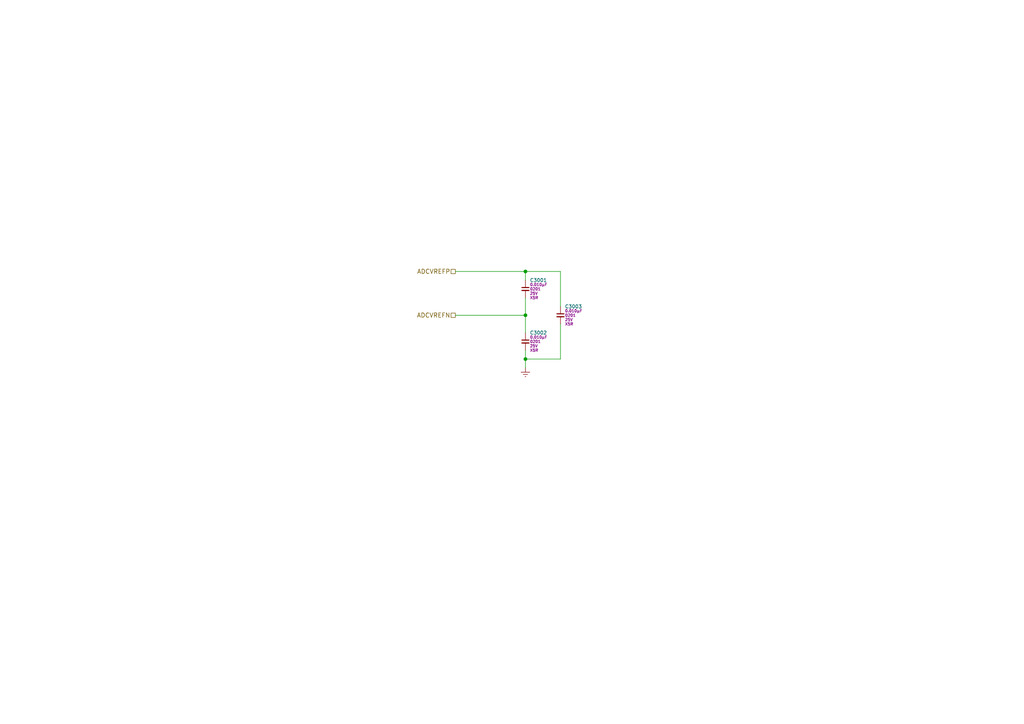
<source format=kicad_sch>
(kicad_sch (version 20231120) (generator "eeschema") (generator_version "8.0")
  (paper "A4")
  (title_block (title "${PROJ}") (rev "${REV}") (company "${RPN}") (comment 1 "ADC VREF Calibration"))
  (lib_symbols
    (symbol "Capacitors, ceramic, Murata:CCM-510AC" (pin_numbers hide) (pin_names (offset 0) hide)
      (property "Reference" "C" (at 1.27 2.54 0))
      (property "val" "0.010µF" (at 1.27 1.27 0))
      (property "pkg" "0201" (at 1.27 0 0))
      (property "volt" "25V" (at 1.27 -1.27 0))
      (property "type" "X5R" (at 1.27 -2.54 0))
      (symbol "CCM-510AC_1_1"
        (polyline (pts (xy -1.016 -0.423) (xy 1.016 -0.423)) (stroke (width 0.3302)))
        (polyline (pts (xy -1.016 0.423) (xy 1.016 0.423)) (stroke (width 0.3048)))
        (pin passive line (at 0 2.54 270) (length 2.032) (name "~") (number "1"))
        (pin passive line (at 0 -2.54 90) (length 2.032) (name "~") (number "2"))
      )
    )
    (symbol "Power:GND" (power) (pin_names (offset 0)) (in_bom no) (on_board no)
      (symbol "GND_0_1"
        (polyline (pts (xy -0.635 -1.905) (xy 0.635 -1.905)))
        (polyline (pts (xy -0.127 -2.54) (xy 0.127 -2.54)))
        (polyline (pts (xy 0 -1.27) (xy 0 0)))
        (polyline (pts (xy 1.27 -1.27) (xy -1.27 -1.27)))
      )
      (symbol "GND_1_1"
        (pin power_in line (at 0 0 270) (length 0) hide (name "GND") (number "1"))
      )
    )
  )
  (junction (at 152.4 91.44))
  (junction (at 152.4 78.74))
  (junction (at 152.4 104.14))
  (wire (pts (xy 152.4 86.36) (xy 152.4 91.44)))
  (wire (pts (xy 162.56 93.98) (xy 162.56 104.14)))
  (wire (pts (xy 152.4 104.14) (xy 152.4 101.6)))
  (wire (pts (xy 152.4 78.74) (xy 152.4 81.28)))
  (wire (pts (xy 162.56 78.74) (xy 162.56 88.9)))
  (wire (pts (xy 152.4 91.44) (xy 152.4 96.52)))
  (wire (pts (xy 152.4 106.68) (xy 152.4 104.14)))
  (wire (pts (xy 132.08 91.44) (xy 152.4 91.44)))
  (wire (pts (xy 152.4 78.74) (xy 162.56 78.74)))
  (wire (pts (xy 132.08 78.74) (xy 152.4 78.74)))
  (wire (pts (xy 152.4 104.14) (xy 162.56 104.14)))
  (hierarchical_label "ADCVREFN" (shape passive) (at 132.08 91.44 180))
  (hierarchical_label "ADCVREFP" (shape passive) (at 132.08 78.74 180))
  (symbol (lib_id "Capacitors, ceramic, Murata:CCM-510AC") (at 152.4 99.06 0) (unit 1)
    (property "Reference" "C3002" (at 153.67 96.52 0) (effects (font (size 1 1)) (justify left)))
    (property "Value" "CCM-510AC" (effects (hide yes)))
    (property "Description" "CAP, ceramic, 0.010µF, 0201, 25V, ±20%, X5R, 0.33 mm" (effects (hide yes)))
    (property "val" "0.010µF" (at 153.67 97.79 0) (effects (font (size 0.8 0.8)) (justify left)))
    (property "pkg" "0201" (at 153.67 99.06 0) (effects (font (size 0.8 0.8)) (justify left)))
    (property "mfr" "Murata" (effects (hide yes)))
    (property "volt" "25V" (at 153.67 100.33 0) (effects (font (size 0.8 0.8)) (justify left)))
    (property "Sim.Pins" "1=+ 2=-" (effects (hide yes)))
    (property "Sim.Device" "C" (effects (hide yes)))
    (property "type" "X5R" (at 153.67 101.6 0) (effects (font (size 0.8 0.8)) (justify left)))
    (property "Sim.Params" "c=${val}" (effects (hide yes)))
    (property "tol" "±20%" (effects (hide yes)))
    (property "height" "0.33mm" (effects (hide yes)))
    (property "mpn" "GRM033R61E103MA12" (effects (hide yes)))
    (instances (project "scampi" (path "" (reference "C3002") (unit 1)) (path "" (reference "C3102") (unit 1))))
  )
  (symbol (lib_id "Power:GND") (at 152.4 106.68 0) (unit 1) (in_bom no) (on_board no)
    (property "Reference" "#PWR03001" (effects (hide yes)))
    (property "Value" "GND" (effects (hide yes)))
    (property "Description" "Power symbol creates a global label with name \"GND\"" (effects (hide yes)))
    (instances (project "scampi" (path "" (reference "#PWR03001") (unit 1)) (path "" (reference "#PWR03101") (unit 1))))
  )
  (symbol (lib_id "Capacitors, ceramic, Murata:CCM-510AC") (at 162.56 91.44 0) (unit 1)
    (property "Reference" "C3003" (at 163.83 88.9 0) (effects (font (size 1 1)) (justify left)))
    (property "Value" "CCM-510AC" (effects (hide yes)))
    (property "Description" "CAP, ceramic, 0.010µF, 0201, 25V, ±20%, X5R, 0.33 mm" (effects (hide yes)))
    (property "val" "0.010µF" (at 163.83 90.17 0) (effects (font (size 0.8 0.8)) (justify left)))
    (property "pkg" "0201" (at 163.83 91.44 0) (effects (font (size 0.8 0.8)) (justify left)))
    (property "mfr" "Murata" (effects (hide yes)))
    (property "volt" "25V" (at 163.83 92.71 0) (effects (font (size 0.8 0.8)) (justify left)))
    (property "Sim.Pins" "1=+ 2=-" (effects (hide yes)))
    (property "Sim.Device" "C" (effects (hide yes)))
    (property "type" "X5R" (at 163.83 93.98 0) (effects (font (size 0.8 0.8)) (justify left)))
    (property "Sim.Params" "c=${val}" (effects (hide yes)))
    (property "tol" "±20%" (effects (hide yes)))
    (property "height" "0.33mm" (effects (hide yes)))
    (property "mpn" "GRM033R61E103MA12" (effects (hide yes)))
    (instances (project "scampi" (path "" (reference "C3003") (unit 1)) (path "" (reference "C3103") (unit 1))))
  )
  (symbol (lib_id "Capacitors, ceramic, Murata:CCM-510AC") (at 152.4 83.82 0) (unit 1)
    (property "Reference" "C3001" (at 153.67 81.28 0) (effects (font (size 1 1)) (justify left)))
    (property "Value" "CCM-510AC" (effects (hide yes)))
    (property "Description" "CAP, ceramic, 0.010µF, 0201, 25V, ±20%, X5R, 0.33 mm" (effects (hide yes)))
    (property "val" "0.010µF" (at 153.67 82.55 0) (effects (font (size 0.8 0.8)) (justify left)))
    (property "pkg" "0201" (at 153.67 83.82 0) (effects (font (size 0.8 0.8)) (justify left)))
    (property "mfr" "Murata" (effects (hide yes)))
    (property "volt" "25V" (at 153.67 85.09 0) (effects (font (size 0.8 0.8)) (justify left)))
    (property "Sim.Pins" "1=+ 2=-" (effects (hide yes)))
    (property "Sim.Device" "C" (effects (hide yes)))
    (property "type" "X5R" (at 153.67 86.36 0) (effects (font (size 0.8 0.8)) (justify left)))
    (property "Sim.Params" "c=${val}" (effects (hide yes)))
    (property "tol" "±20%" (effects (hide yes)))
    (property "height" "0.33mm" (effects (hide yes)))
    (property "mpn" "GRM033R61E103MA12" (effects (hide yes)))
    (instances (project "scampi" (path "" (reference "C3001") (unit 1)) (path "" (reference "C3101") (unit 1))))
  )
)
</source>
